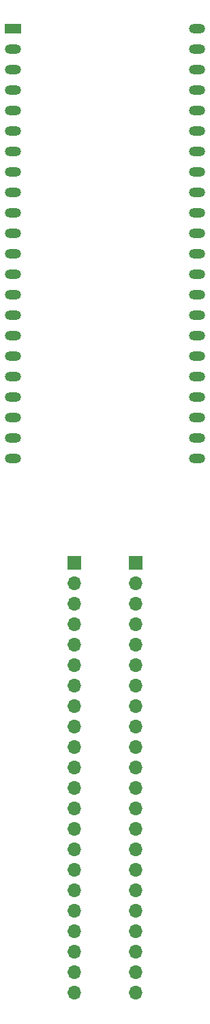
<source format=gbr>
%TF.GenerationSoftware,KiCad,Pcbnew,8.0.0*%
%TF.CreationDate,2024-02-24T18:53:26+01:00*%
%TF.ProjectId,ESP32-S3-Breadboard-Adapter,45535033-322d-4533-932d-427265616462,rev?*%
%TF.SameCoordinates,Original*%
%TF.FileFunction,Soldermask,Top*%
%TF.FilePolarity,Negative*%
%FSLAX46Y46*%
G04 Gerber Fmt 4.6, Leading zero omitted, Abs format (unit mm)*
G04 Created by KiCad (PCBNEW 8.0.0) date 2024-02-24 18:53:26*
%MOMM*%
%LPD*%
G01*
G04 APERTURE LIST*
%ADD10R,2.000000X1.200000*%
%ADD11O,2.000000X1.200000*%
%ADD12R,1.700000X1.700000*%
%ADD13O,1.700000X1.700000*%
G04 APERTURE END LIST*
D10*
%TO.C,REF\u002A\u002A*%
X127003680Y-42928720D03*
D11*
X127003680Y-45468720D03*
X127003680Y-48008720D03*
X127003680Y-50548720D03*
X127003680Y-53088720D03*
X127003680Y-55628720D03*
X127003680Y-58168720D03*
X127003680Y-60708720D03*
X127003680Y-63248720D03*
X127003680Y-65788720D03*
X127003680Y-68328720D03*
X127003680Y-70868720D03*
X127003680Y-73408720D03*
X127003680Y-75948720D03*
X127003680Y-78488720D03*
X127003680Y-81028720D03*
X127003680Y-83568720D03*
X127003680Y-86108720D03*
X127003680Y-88648720D03*
X127000000Y-91186000D03*
X127000000Y-93726000D03*
X127000000Y-96266000D03*
X149863680Y-96268720D03*
X149863680Y-93728720D03*
X149863680Y-91188720D03*
X149863680Y-88648720D03*
X149863680Y-86108720D03*
X149863680Y-83568720D03*
X149863680Y-81028720D03*
X149863680Y-78488720D03*
X149863680Y-75948720D03*
X149863680Y-73408720D03*
X149863680Y-70868720D03*
X149863680Y-68328720D03*
X149863680Y-65788720D03*
X149863680Y-63248720D03*
X149863680Y-60708720D03*
X149863680Y-58168720D03*
X149863680Y-55628720D03*
X149863680Y-53088720D03*
X149863680Y-50548720D03*
X149863680Y-48008720D03*
X149863680Y-45468720D03*
X149863680Y-42928720D03*
%TD*%
D12*
%TO.C,REF\u002A\u002A*%
X142240000Y-109220000D03*
D13*
X142240000Y-111760000D03*
X142240000Y-114300000D03*
X142240000Y-116840000D03*
X142240000Y-119380000D03*
X142240000Y-121920000D03*
X142240000Y-124460000D03*
X142240000Y-127000000D03*
X142240000Y-129540000D03*
X142240000Y-132080000D03*
X142240000Y-134620000D03*
X142240000Y-137160000D03*
X142240000Y-139700000D03*
X142240000Y-142240000D03*
X142240000Y-144780000D03*
X142240000Y-147320000D03*
X142240000Y-149860000D03*
X142240000Y-152400000D03*
X142240000Y-154940000D03*
X142240000Y-157480000D03*
X142240000Y-160020000D03*
X142240000Y-162560000D03*
%TD*%
D12*
%TO.C,REF\u002A\u002A*%
X134620000Y-109220000D03*
D13*
X134620000Y-111760000D03*
X134620000Y-114300000D03*
X134620000Y-116840000D03*
X134620000Y-119380000D03*
X134620000Y-121920000D03*
X134620000Y-124460000D03*
X134620000Y-127000000D03*
X134620000Y-129540000D03*
X134620000Y-132080000D03*
X134620000Y-134620000D03*
X134620000Y-137160000D03*
X134620000Y-139700000D03*
X134620000Y-142240000D03*
X134620000Y-144780000D03*
X134620000Y-147320000D03*
X134620000Y-149860000D03*
X134620000Y-152400000D03*
X134620000Y-154940000D03*
X134620000Y-157480000D03*
X134620000Y-160020000D03*
X134620000Y-162560000D03*
%TD*%
M02*

</source>
